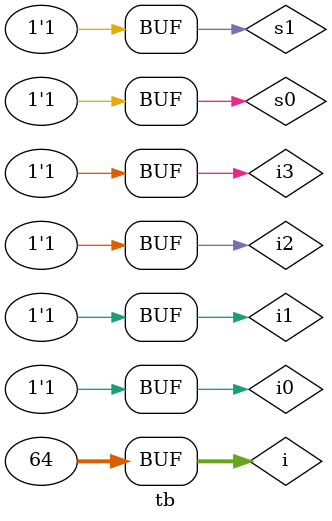
<source format=v>
module mux41(input i0,i1,i2,i3,s0,s1, output y);
	assign y = s1?(s0?i3:i2):(s0?i1:i0);
endmodule

module tb();

	reg i0,i1,i2,i3,s0,s1;
	wire y;
	integer i;
	mux41 m(i0,i1,i2,i3,s0,s1,y);
	initial begin
		for(i=0;i<64;i=i+1) begin
			{i0,i1,i2,i3,s0,s1} = i;
			#1;
		end
	end
endmodule

</source>
